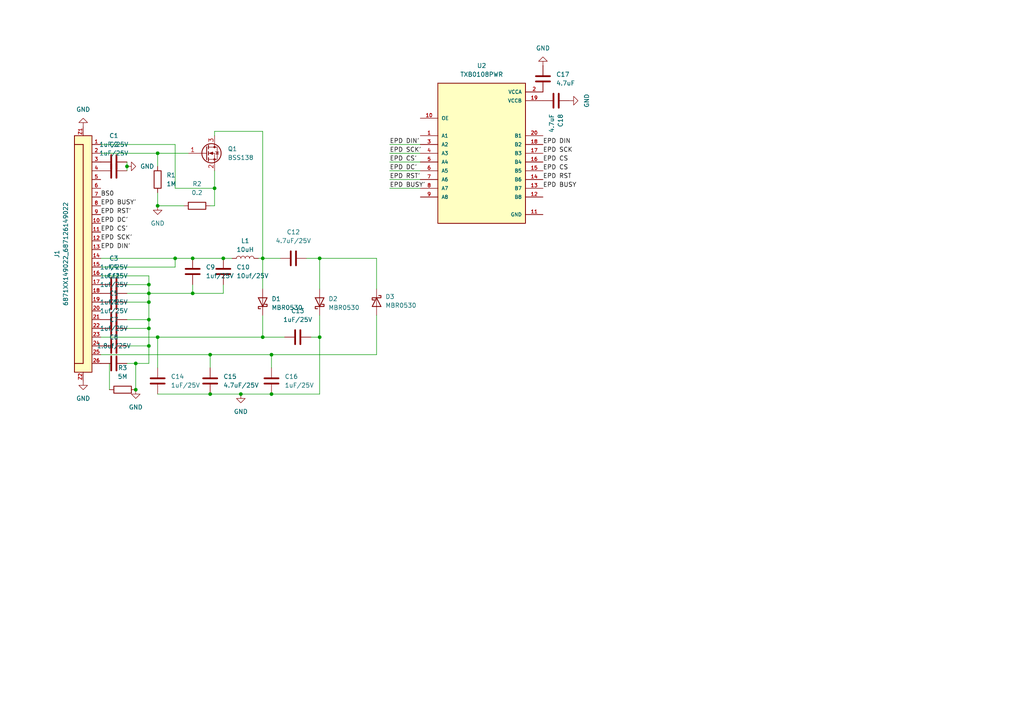
<source format=kicad_sch>
(kicad_sch (version 20250114) (generator "eeschema") (generator_version "9.0")
  (paper "A4")
  (lib_symbols
    (symbol "6871XX149022_687126149022:6871XX149022_687126149022" (pin_names (offset 1.016))
      (property "Reference" "J" (at -1.27 3.048 0))
      (property "Value" "6871XX149022_687126149022" (at 31.45 -5.08 0))
      (symbol "6871XX149022_687126149022_0_0"
        (rectangle (start -35.56 -2.54) (end 33.02 2.54) (stroke (width 0.254)) (fill (type background)))
        (polyline (pts (xy -33.02 2.54) (xy -33.02 0)) (stroke (width 0.254)))
        (polyline (pts (xy -33.02 0) (xy 30.48 0)) (stroke (width 0.254)))
        (polyline (pts (xy 30.48 0) (xy 30.48 2.54)) (stroke (width 0.254)))
        (pin passive line (at -38.1 0 0) (length 2.54) (name "~") (number "Z2"))
        (pin passive line (at -33.02 -5.08 90) (length 2.54) (name "~") (number "26"))
        (pin passive line (at -30.48 -5.08 90) (length 2.54) (name "~") (number "25"))
        (pin passive line (at -27.94 -5.08 90) (length 2.54) (name "~") (number "24"))
        (pin passive line (at -25.4 -5.08 90) (length 2.54) (name "~") (number "23"))
        (pin passive line (at -22.86 -5.08 90) (length 2.54) (name "~") (number "22"))
        (pin passive line (at -20.32 -5.08 90) (length 2.54) (name "~") (number "21"))
        (pin passive line (at -17.78 -5.08 90) (length 2.54) (name "~") (number "20"))
        (pin passive line (at -15.24 -5.08 90) (length 2.54) (name "~") (number "19"))
        (pin passive line (at -12.7 -5.08 90) (length 2.54) (name "~") (number "18"))
        (pin passive line (at -10.16 -5.08 90) (length 2.54) (name "~") (number "17"))
        (pin passive line (at -7.62 -5.08 90) (length 2.54) (name "~") (number "16"))
        (pin passive line (at -5.08 -5.08 90) (length 2.54) (name "~") (number "15"))
        (pin passive line (at -2.54 -5.08 90) (length 2.54) (name "~") (number "14"))
        (pin passive line (at 0 -5.08 90) (length 2.54) (name "~") (number "13"))
        (pin passive line (at 2.54 -5.08 90) (length 2.54) (name "~") (number "12"))
        (pin passive line (at 5.08 -5.08 90) (length 2.54) (name "~") (number "11"))
        (pin passive line (at 7.62 -5.08 90) (length 2.54) (name "~") (number "10"))
        (pin passive line (at 10.16 -5.08 90) (length 2.54) (name "~") (number "9"))
        (pin passive line (at 12.7 -5.08 90) (length 2.54) (name "~") (number "8"))
        (pin passive line (at 15.24 -5.08 90) (length 2.54) (name "~") (number "7"))
        (pin passive line (at 17.78 -5.08 90) (length 2.54) (name "~") (number "6"))
        (pin passive line (at 20.32 -5.08 90) (length 2.54) (name "~") (number "5"))
        (pin passive line (at 22.86 -5.08 90) (length 2.54) (name "~") (number "4"))
        (pin passive line (at 25.4 -5.08 90) (length 2.54) (name "~") (number "3"))
        (pin passive line (at 27.94 -5.08 90) (length 2.54) (name "~") (number "2"))
        (pin passive line (at 30.48 -5.08 90) (length 2.54) (name "~") (number "1"))
        (pin passive line (at 35.56 0 180) (length 2.54) (name "~") (number "Z1"))
      )
    )
    (symbol "Device:C" (pin_numbers (hide yes)) (pin_names (offset 0.254))
      (property "Reference" "C" (at 0.635 2.54 0))
      (property "Value" "C" (at 0.635 -2.54 0))
      (symbol "C_0_1"
        (polyline (pts (xy -2.032 0.762) (xy 2.032 0.762)) (stroke (width 0.508)))
        (polyline (pts (xy -2.032 -0.762) (xy 2.032 -0.762)) (stroke (width 0.508)))
      )
      (symbol "C_1_1"
        (pin passive line (at 0 3.81 270) (length 2.794) (name "~") (number "1"))
        (pin passive line (at 0 -3.81 90) (length 2.794) (name "~") (number "2"))
      )
    )
    (symbol "Device:L" (pin_numbers (hide yes)) (pin_names (offset 1.016) (hide yes))
      (property "Reference" "L" (at -1.27 0 90))
      (property "Value" "L" (at 1.905 0 90))
      (symbol "L_0_1"
        (arc (start 0 2.54) (mid 0.6323 1.905) (end 0 1.27))
        (arc (start 0 1.27) (mid 0.6323 0.635) (end 0 0))
        (arc (start 0 0) (mid 0.6323 -0.635) (end 0 -1.27))
        (arc (start 0 -1.27) (mid 0.6323 -1.905) (end 0 -2.54))
      )
      (symbol "L_1_1"
        (pin passive line (at 0 3.81 270) (length 1.27) (name "1") (number "1"))
        (pin passive line (at 0 -3.81 90) (length 1.27) (name "2") (number "2"))
      )
    )
    (symbol "Device:R" (pin_numbers (hide yes)) (pin_names (offset 0))
      (property "Reference" "R" (at 2.032 0 90))
      (property "Value" "R" (at 0 0 90))
      (symbol "R_0_1"
        (rectangle (start -1.016 -2.54) (end 1.016 2.54) (stroke (width 0.254)))
      )
      (symbol "R_1_1"
        (pin passive line (at 0 3.81 270) (length 1.27) (name "~") (number "1"))
        (pin passive line (at 0 -3.81 90) (length 1.27) (name "~") (number "2"))
      )
    )
    (symbol "Diode:MBR0530" (pin_numbers (hide yes)) (pin_names (offset 1.016) (hide yes))
      (property "Reference" "D" (at 0 2.54 0))
      (property "Value" "MBR0530" (at 0 -2.54 0))
      (symbol "MBR0530_0_1"
        (polyline (pts (xy -1.905 0.635) (xy -1.905 1.27) (xy -1.27 1.27) (xy -1.27 -1.27) (xy -0.635 -1.27) (xy -0.635 -0.635)) (stroke (width 0.254)))
        (polyline (pts (xy 1.27 1.27) (xy 1.27 -1.27) (xy -1.27 0) (xy 1.27 1.27)) (stroke (width 0.254)))
        (polyline (pts (xy 1.27 0) (xy -1.27 0)))
      )
      (symbol "MBR0530_1_1"
        (pin passive line (at -3.81 0 0) (length 2.54) (name "K") (number "1"))
        (pin passive line (at 3.81 0 180) (length 2.54) (name "A") (number "2"))
      )
    )
    (symbol "MCU_ST_STM32U5:STM32U5A5RJTx"
      (property "Reference" "U" (at -15.24 46.99 0))
      (property "Value" "STM32U5A5RJTx" (at 10.16 46.99 0))
      (symbol "STM32U5A5RJTx_0_1"
        (rectangle (start -15.24 -43.18) (end 15.24 45.72) (stroke (width 0.254)) (fill (type background)))
      )
      (symbol "STM32U5A5RJTx_1_1"
        (pin input line (at -17.78 40.64 0) (length 2.54) (name "NRST") (number "7"))
        (pin bidirectional line (at -17.78 35.56 0) (length 2.54) (name "PH0") (number "5"))
        (pin bidirectional line (at -17.78 33.02 0) (length 2.54) (name "PH1") (number "6"))
        (pin bidirectional line (at -17.78 30.48 0) (length 2.54) (name "PH3") (number "60"))
        (pin bidirectional line (at -17.78 25.4 0) (length 2.54) (name "PD2") (number "54"))
        (pin bidirectional line (at -17.78 20.32 0) (length 2.54) (name "PC0") (number "8"))
        (pin bidirectional line (at -17.78 17.78 0) (length 2.54) (name "PC1") (number "9"))
        (pin bidirectional line (at -17.78 15.24 0) (length 2.54) (name "PC2") (number "10"))
        (pin bidirectional line (at -17.78 12.7 0) (length 2.54) (name "PC3") (number "11"))
        (pin bidirectional line (at -17.78 10.16 0) (length 2.54) (name "PC4") (number "24"))
        (pin bidirectional line (at -17.78 7.62 0) (length 2.54) (name "PC5") (number "25"))
        (pin bidirectional line (at -17.78 5.08 0) (length 2.54) (name "PC6") (number "37"))
        (pin bidirectional line (at -17.78 2.54 0) (length 2.54) (name "PC7") (number "38"))
        (pin bidirectional line (at -17.78 0 0) (length 2.54) (name "PC8") (number "39"))
        (pin bidirectional line (at -17.78 -2.54 0) (length 2.54) (name "PC9") (number "40"))
        (pin bidirectional line (at -17.78 -5.08 0) (length 2.54) (name "PC10") (number "51"))
        (pin bidirectional line (at -17.78 -7.62 0) (length 2.54) (name "PC11") (number "52"))
        (pin bidirectional line (at -17.78 -10.16 0) (length 2.54) (name "PC12") (number "53"))
        (pin bidirectional line (at -17.78 -12.7 0) (length 2.54) (name "PC13") (number "2"))
        (pin bidirectional line (at -17.78 -15.24 0) (length 2.54) (name "PC14") (number "3"))
        (pin bidirectional line (at -17.78 -17.78 0) (length 2.54) (name "PC15") (number "4"))
        (pin power_out line (at -17.78 -22.86 0) (length 2.54) (name "VCAP") (number "30"))
        (pin power_in line (at -5.08 48.26 270) (length 2.54) (name "VBAT") (number "1"))
        (pin power_in line (at -2.54 48.26 270) (length 2.54) (name "VDD") (number "19"))
        (pin power_in line (at 0 48.26 270) (length 2.54) (name "VDD") (number "32"))
        (pin power_in line (at 0 -45.72 90) (length 2.54) (name "VSS") (number "18"))
        (pin passive line (at 0 -45.72 90) (length 2.54) (hide yes) (name "VSS") (number "31"))
        (pin passive line (at 0 -45.72 90) (length 2.54) (hide yes) (name "VSS") (number "47"))
        (pin passive line (at 0 -45.72 90) (length 2.54) (hide yes) (name "VSS") (number "63"))
        (pin power_in line (at 2.54 48.26 270) (length 2.54) (name "VDD") (number "64"))
        (pin power_in line (at 2.54 -45.72 90) (length 2.54) (name "VSSA") (number "12"))
        (pin power_in line (at 5.08 48.26 270) (length 2.54) (name "VDDA") (number "13"))
        (pin power_in line (at 7.62 48.26 270) (length 2.54) (name "VDDUSB") (number "48"))
        (pin bidirectional line (at 17.78 40.64 180) (length 2.54) (name "PA0") (number "14"))
        (pin bidirectional line (at 17.78 38.1 180) (length 2.54) (name "PA1") (number "15"))
        (pin bidirectional line (at 17.78 35.56 180) (length 2.54) (name "PA2") (number "16"))
        (pin bidirectional line (at 17.78 33.02 180) (length 2.54) (name "PA3") (number "17"))
        (pin bidirectional line (at 17.78 30.48 180) (length 2.54) (name "PA4") (number "20"))
        (pin bidirectional line (at 17.78 27.94 180) (length 2.54) (name "PA5") (number "21"))
        (pin bidirectional line (at 17.78 25.4 180) (length 2.54) (name "PA6") (number "22"))
        (pin bidirectional line (at 17.78 22.86 180) (length 2.54) (name "PA7") (number "23"))
        (pin bidirectional line (at 17.78 20.32 180) (length 2.54) (name "PA8") (number "41"))
        (pin bidirectional line (at 17.78 17.78 180) (length 2.54) (name "PA9") (number "42"))
        (pin bidirectional line (at 17.78 15.24 180) (length 2.54) (name "PA10") (number "43"))
        (pin bidirectional line (at 17.78 12.7 180) (length 2.54) (name "PA11") (number "44"))
        (pin bidirectional line (at 17.78 10.16 180) (length 2.54) (name "PA12") (number "45"))
        (pin bidirectional line (at 17.78 7.62 180) (length 2.54) (name "PA13") (number "46"))
        (pin bidirectional line (at 17.78 5.08 180) (length 2.54) (name "PA14") (number "49"))
        (pin bidirectional line (at 17.78 2.54 180) (length 2.54) (name "PA15") (number "50"))
        (pin bidirectional line (at 17.78 -2.54 180) (length 2.54) (name "PB0") (number "26"))
        (pin bidirectional line (at 17.78 -5.08 180) (length 2.54) (name "PB1") (number "27"))
        (pin bidirectional line (at 17.78 -7.62 180) (length 2.54) (name "PB2") (number "28"))
        (pin bidirectional line (at 17.78 -10.16 180) (length 2.54) (name "PB3") (number "55"))
        (pin bidirectional line (at 17.78 -12.7 180) (length 2.54) (name "PB4") (number "56"))
        (pin bidirectional line (at 17.78 -15.24 180) (length 2.54) (name "PB5") (number "57"))
        (pin bidirectional line (at 17.78 -17.78 180) (length 2.54) (name "PB6") (number "58"))
        (pin bidirectional line (at 17.78 -20.32 180) (length 2.54) (name "PB7") (number "59"))
        (pin bidirectional line (at 17.78 -22.86 180) (length 2.54) (name "PB8") (number "61"))
        (pin bidirectional line (at 17.78 -25.4 180) (length 2.54) (name "PB9") (number "62"))
        (pin bidirectional line (at 17.78 -27.94 180) (length 2.54) (name "PB10") (number "29"))
        (pin bidirectional line (at 17.78 -30.48 180) (length 2.54) (name "PB12") (number "33"))
        (pin bidirectional line (at 17.78 -33.02 180) (length 2.54) (name "PB13") (number "34"))
        (pin bidirectional line (at 17.78 -35.56 180) (length 2.54) (name "PB14") (number "35"))
        (pin bidirectional line (at 17.78 -38.1 180) (length 2.54) (name "PB15") (number "36"))
      )
    )
    (symbol "Switch:SW_Push_45deg" (pin_numbers (hide yes)) (pin_names (offset 1.016) (hide yes))
      (property "Reference" "SW" (at 3.048 1.016 0))
      (property "Value" "SW_Push_45deg" (at 0 -3.81 0))
      (symbol "SW_Push_45deg_0_1"
        (polyline (pts (xy -2.54 2.54) (xy -1.524 1.524) (xy -1.524 1.524)))
        (circle (center -1.1684 1.1684) (radius 0.508))
        (polyline (pts (xy -0.508 2.54) (xy 2.54 -0.508)))
        (polyline (pts (xy 1.016 1.016) (xy 2.032 2.032)))
        (circle (center 1.143 -1.1938) (radius 0.508))
        (polyline (pts (xy 1.524 -1.524) (xy 2.54 -2.54) (xy 2.54 -2.54) (xy 2.54 -2.54)))
        (pin passive line (at -2.54 2.54 0) (length 0) (name "1") (number "1"))
        (pin passive line (at 2.54 -2.54 180) (length 0) (name "2") (number "2"))
      )
    )
    (symbol "TXB0108PWR:TXB0108PWR" (pin_names (offset 1.016))
      (property "Reference" "U" (at -12.7 23.86 0))
      (property "Value" "TXB0108PWR" (at -12.7 -21.78 0))
      (symbol "TXB0108PWR_0_0"
        (rectangle (start -12.7 -17.78) (end 12.7 22.86) (stroke (width 0.254)) (fill (type background)))
        (pin input line (at -17.78 12.7 0) (length 5.08) (name "OE") (number "10"))
        (pin bidirectional line (at -17.78 7.62 0) (length 5.08) (name "A1") (number "1"))
        (pin bidirectional line (at -17.78 5.08 0) (length 5.08) (name "A2") (number "3"))
        (pin bidirectional line (at -17.78 2.54 0) (length 5.08) (name "A3") (number "4"))
        (pin bidirectional line (at -17.78 0 0) (length 5.08) (name "A4") (number "5"))
        (pin bidirectional line (at -17.78 -2.54 0) (length 5.08) (name "A5") (number "6"))
        (pin bidirectional line (at -17.78 -5.08 0) (length 5.08) (name "A6") (number "7"))
        (pin bidirectional line (at -17.78 -7.62 0) (length 5.08) (name "A7") (number "8"))
        (pin bidirectional line (at -17.78 -10.16 0) (length 5.08) (name "A8") (number "9"))
        (pin power_in line (at 17.78 20.32 180) (length 5.08) (name "VCCA") (number "2"))
        (pin power_in line (at 17.78 17.78 180) (length 5.08) (name "VCCB") (number "19"))
        (pin bidirectional line (at 17.78 7.62 180) (length 5.08) (name "B1") (number "20"))
        (pin bidirectional line (at 17.78 5.08 180) (length 5.08) (name "B2") (number "18"))
        (pin bidirectional line (at 17.78 2.54 180) (length 5.08) (name "B3") (number "17"))
        (pin bidirectional line (at 17.78 0 180) (length 5.08) (name "B4") (number "16"))
        (pin bidirectional line (at 17.78 -2.54 180) (length 5.08) (name "B5") (number "15"))
        (pin bidirectional line (at 17.78 -5.08 180) (length 5.08) (name "B6") (number "14"))
        (pin bidirectional line (at 17.78 -7.62 180) (length 5.08) (name "B7") (number "13"))
        (pin bidirectional line (at 17.78 -10.16 180) (length 5.08) (name "B8") (number "12"))
        (pin power_in line (at 17.78 -15.24 180) (length 5.08) (name "GND") (number "11"))
      )
    )
    (symbol "Transistor_FET:BSS138" (pin_names (hide yes))
      (property "Reference" "Q" (at 5.08 1.905 0))
      (property "Value" "BSS138" (at 5.08 0 0))
      (symbol "BSS138_0_1"
        (polyline (pts (xy 0.254 1.905) (xy 0.254 -1.905)) (stroke (width 0.254)))
        (polyline (pts (xy 0.254 0) (xy -2.54 0)))
        (polyline (pts (xy 0.762 2.286) (xy 0.762 1.27)) (stroke (width 0.254)))
        (polyline (pts (xy 0.762 0.508) (xy 0.762 -0.508)) (stroke (width 0.254)))
        (polyline (pts (xy 0.762 -1.27) (xy 0.762 -2.286)) (stroke (width 0.254)))
        (polyline (pts (xy 0.762 -1.778) (xy 3.302 -1.778) (xy 3.302 1.778) (xy 0.762 1.778)))
        (polyline (pts (xy 1.016 0) (xy 2.032 0.381) (xy 2.032 -0.381) (xy 1.016 0)) (fill (type outline)))
        (circle (center 1.651 0) (radius 2.794) (stroke (width 0.254)))
        (polyline (pts (xy 2.54 2.54) (xy 2.54 1.778)))
        (circle (center 2.54 1.778) (radius 0.254) (fill (type outline)))
        (circle (center 2.54 -1.778) (radius 0.254) (fill (type outline)))
        (polyline (pts (xy 2.54 -2.54) (xy 2.54 0) (xy 0.762 0)))
        (polyline (pts (xy 2.794 0.508) (xy 2.921 0.381) (xy 3.683 0.381) (xy 3.81 0.254)))
        (polyline (pts (xy 3.302 0.381) (xy 2.921 -0.254) (xy 3.683 -0.254) (xy 3.302 0.381)))
      )
      (symbol "BSS138_1_1"
        (pin input line (at -5.08 0 0) (length 2.54) (name "G") (number "1"))
        (pin passive line (at 2.54 5.08 270) (length 2.54) (name "D") (number "3"))
        (pin passive line (at 2.54 -5.08 90) (length 2.54) (name "S") (number "2"))
      )
    )
    (symbol "power:GND" (power) (pin_numbers (hide yes)) (pin_names (offset 0) (hide yes))
      (property "Value" "GND" (at 0 -3.81 0))
      (symbol "GND_0_1"
        (polyline (pts (xy 0 0) (xy 0 -1.27) (xy 1.27 -1.27) (xy 0 -2.54) (xy -1.27 -1.27) (xy 0 -1.27)))
      )
      (symbol "GND_1_1"
        (pin power_in line (at 0 0 270) (length 0) (name "~") (number "1"))
      )
    )
  )
  (junction (at -115.57 -22.86))
  (junction (at 69.85 114.3))
  (junction (at 55.88 74.93))
  (junction (at 64.77 74.93))
  (junction (at -93.98 7.62))
  (junction (at -82.55 -95.25))
  (junction (at -66.04 -22.86))
  (junction (at -66.04 -95.25))
  (junction (at 39.37 105.41))
  (junction (at -93.98 -64.77))
  (junction (at 55.88 85.09))
  (junction (at -44.45 -5.08))
  (junction (at -77.47 -5.08))
  (junction (at -60.96 -52.07))
  (junction (at 43.18 95.25))
  (junction (at -82.55 -10.16))
  (junction (at -115.57 -69.85))
  (junction (at -99.06 -82.55))
  (junction (at 78.74 102.87))
  (junction (at -66.04 -57.15))
  (junction (at -99.06 -10.16))
  (junction (at -93.98 -30.48))
  (junction (at -60.96 7.62))
  (junction (at -99.06 -35.56))
  (junction (at -60.96 -77.47))
  (junction (at -77.47 7.62))
  (junction (at -60.96 -17.78))
  (junction (at 39.37 113.03))
  (junction (at -49.53 -35.56))
  (junction (at 76.2 97.79))
  (junction (at -60.96 -30.48))
  (junction (at -77.47 -64.77))
  (junction (at -115.57 -35.56))
  (junction (at -44.45 -30.48))
  (junction (at -93.98 -77.47))
  (junction (at -66.04 -82.55))
  (junction (at 43.18 87.63))
  (junction (at -44.45 -17.78))
  (junction (at -82.55 -22.86))
  (junction (at 43.18 82.55))
  (junction (at -82.55 -57.15))
  (junction (at -44.45 7.62))
  (junction (at -115.57 -82.55))
  (junction (at -93.98 -90.17))
  (junction (at -77.47 -52.07))
  (junction (at -77.47 -30.48))
  (junction (at -60.96 -5.08))
  (junction (at -66.04 -35.56))
  (junction (at 43.18 100.33))
  (junction (at 60.96 114.3))
  (junction (at -99.06 -69.85))
  (junction (at -60.96 -90.17))
  (junction (at -66.04 -69.85))
  (junction (at -77.47 -77.47))
  (junction (at 60.96 102.87))
  (junction (at -66.04 -10.16))
  (junction (at 92.71 97.79))
  (junction (at -77.47 -90.17))
  (junction (at 92.71 74.93))
  (junction (at -82.55 -35.56))
  (junction (at -60.96 -64.77))
  (junction (at -93.98 -52.07))
  (junction (at 62.23 54.61))
  (junction (at 45.72 44.45))
  (junction (at -99.06 -95.25))
  (junction (at 36.83 48.26))
  (junction (at -49.53 -10.16))
  (junction (at -99.06 -57.15))
  (junction (at -82.55 -69.85))
  (junction (at -93.98 -17.78))
  (junction (at -77.47 -17.78))
  (junction (at -82.55 -82.55))
  (junction (at -99.06 -22.86))
  (junction (at 45.72 97.79))
  (junction (at 50.8 74.93))
  (junction (at 45.72 59.69))
  (junction (at 76.2 74.93))
  (junction (at 78.74 114.3))
  (junction (at -93.98 -5.08))
  (junction (at -115.57 -10.16))
  (junction (at 43.18 92.71))
  (junction (at 43.18 85.09))
  (junction (at -49.53 -22.86))
  (junction (at -115.57 -95.25))
  (junction (at -115.57 -57.15))
  (wire (pts (xy 76.2 97.79) (xy 76.2 91.44)))
  (wire (pts (xy -44.45 -30.48) (xy -38.1 -30.48)))
  (wire (pts (xy 43.18 82.55) (xy 43.18 85.09)))
  (wire (pts (xy 43.18 80.01) (xy 43.18 82.55)))
  (wire (pts (xy 50.8 74.93) (xy 55.88 74.93)))
  (wire (pts (xy -77.47 -64.77) (xy -60.96 -64.77)))
  (wire (pts (xy 36.83 48.26) (xy 36.83 49.53)))
  (wire (pts (xy -82.55 -35.56) (xy -82.55 -22.86)))
  (wire (pts (xy -99.06 -35.56) (xy -99.06 -22.86)))
  (wire (pts (xy 69.85 114.3) (xy 78.74 114.3)))
  (wire (pts (xy -77.47 -17.78) (xy -60.96 -17.78)))
  (wire (pts (xy 76.2 74.93) (xy 74.93 74.93)))
  (wire (pts (xy -115.57 -95.25) (xy -115.57 -82.55)))
  (wire (pts (xy -77.47 7.62) (xy -60.96 7.62)))
  (wire (pts (xy 36.83 95.25) (xy 43.18 95.25)))
  (wire (pts (xy -93.98 -30.48) (xy -77.47 -30.48)))
  (wire (pts (xy 45.72 44.45) (xy 54.61 44.45)))
  (wire (pts (xy -110.49 -30.48) (xy -93.98 -30.48)))
  (wire (pts (xy -93.98 -5.08) (xy -77.47 -5.08)))
  (wire (pts (xy 62.23 38.1) (xy 76.2 38.1)))
  (wire (pts (xy 62.23 54.61) (xy 62.23 49.53)))
  (wire (pts (xy 43.18 82.55) (xy 36.83 82.55)))
  (wire (pts (xy 62.23 39.37) (xy 62.23 38.1)))
  (wire (pts (xy -110.49 -90.17) (xy -93.98 -90.17)))
  (wire (pts (xy -93.98 -90.17) (xy -77.47 -90.17)))
  (wire (pts (xy 60.96 59.69) (xy 62.23 59.69)))
  (wire (pts (xy -66.04 -82.55) (xy -66.04 -69.85)))
  (wire (pts (xy 29.21 102.87) (xy 60.96 102.87)))
  (wire (pts (xy -93.98 -64.77) (xy -77.47 -64.77)))
  (wire (pts (xy 29.21 77.47) (xy 50.8 77.47)))
  (wire (pts (xy -44.45 -5.08) (xy -38.1 -5.08)))
  (wire (pts (xy 45.72 59.69) (xy 53.34 59.69)))
  (wire (pts (xy -99.06 -22.86) (xy -99.06 -10.16)))
  (wire (pts (xy -66.04 -95.25) (xy -66.04 -82.55)))
  (wire (pts (xy -99.06 -82.55) (xy -99.06 -69.85)))
  (wire (pts (xy -115.57 -10.16) (xy -115.57 2.54)))
  (wire (pts (xy 64.77 74.93) (xy 67.31 74.93)))
  (wire (pts (xy 88.9 74.93) (xy 92.71 74.93)))
  (wire (pts (xy -77.47 -30.48) (xy -60.96 -30.48)))
  (wire (pts (xy -110.49 -64.77) (xy -93.98 -64.77)))
  (wire (pts (xy 78.74 102.87) (xy 109.22 102.87)))
  (wire (pts (xy -66.04 -69.85) (xy -66.04 -57.15)))
  (wire (pts (xy -99.06 -57.15) (xy -99.06 -35.56)))
  (wire (pts (xy 29.21 41.91) (xy 50.8 41.91)))
  (wire (pts (xy -110.49 7.62) (xy -93.98 7.62)))
  (wire (pts (xy -110.49 -5.08) (xy -93.98 -5.08)))
  (wire (pts (xy -66.04 -22.86) (xy -66.04 -10.16)))
  (wire (pts (xy -66.04 -10.16) (xy -66.04 2.54)))
  (wire (pts (xy 36.83 105.41) (xy 39.37 105.41)))
  (wire (pts (xy 43.18 95.25) (xy 43.18 92.71)))
  (wire (pts (xy -60.96 7.62) (xy -44.45 7.62)))
  (wire (pts (xy 113.03 49.53) (xy 121.92 49.53)))
  (wire (pts (xy -93.98 7.62) (xy -77.47 7.62)))
  (wire (pts (xy -82.55 -104.14) (xy -82.55 -95.25)))
  (wire (pts (xy -82.55 -10.16) (xy -82.55 2.54)))
  (wire (pts (xy -49.53 -45.72) (xy -49.53 -35.56)))
  (wire (pts (xy -49.53 -10.16) (xy -49.53 2.54)))
  (wire (pts (xy -115.57 -69.85) (xy -115.57 -57.15)))
  (wire (pts (xy -115.57 -35.56) (xy -115.57 -22.86)))
  (wire (pts (xy -115.57 -104.14) (xy -115.57 -95.25)))
  (wire (pts (xy -44.45 -17.78) (xy -38.1 -17.78)))
  (wire (pts (xy 90.17 97.79) (xy 92.71 97.79)))
  (wire (pts (xy 113.03 54.61) (xy 121.92 54.61)))
  (wire (pts (xy -99.06 -104.14) (xy -99.06 -95.25)))
  (wire (pts (xy 50.8 77.47) (xy 50.8 74.93)))
  (wire (pts (xy -99.06 -95.25) (xy -99.06 -82.55)))
  (wire (pts (xy 62.23 59.69) (xy 62.23 54.61)))
  (wire (pts (xy -66.04 -57.15) (xy -66.04 -35.56)))
  (wire (pts (xy -110.49 -77.47) (xy -93.98 -77.47)))
  (wire (pts (xy -60.96 -64.77) (xy -50.8 -64.77)))
  (wire (pts (xy 76.2 97.79) (xy 82.55 97.79)))
  (wire (pts (xy 45.72 97.79) (xy 45.72 106.68)))
  (wire (pts (xy 36.83 46.99) (xy 36.83 48.26)))
  (wire (pts (xy 60.96 102.87) (xy 60.96 106.68)))
  (wire (pts (xy -115.57 -82.55) (xy -115.57 -69.85)))
  (wire (pts (xy 64.77 85.09) (xy 55.88 85.09)))
  (wire (pts (xy 29.21 80.01) (xy 43.18 80.01)))
  (wire (pts (xy 76.2 38.1) (xy 76.2 74.93)))
  (wire (pts (xy -60.96 -30.48) (xy -44.45 -30.48)))
  (wire (pts (xy -99.06 -10.16) (xy -99.06 2.54)))
  (wire (pts (xy -49.53 -35.56) (xy -49.53 -22.86)))
  (wire (pts (xy 29.21 44.45) (xy 45.72 44.45)))
  (wire (pts (xy -60.96 -17.78) (xy -44.45 -17.78)))
  (wire (pts (xy 43.18 95.25) (xy 43.18 100.33)))
  (wire (pts (xy -77.47 -52.07) (xy -60.96 -52.07)))
  (wire (pts (xy -44.45 7.62) (xy -38.1 7.62)))
  (wire (pts (xy 36.83 100.33) (xy 43.18 100.33)))
  (wire (pts (xy -115.57 -57.15) (xy -115.57 -35.56)))
  (wire (pts (xy 39.37 113.03) (xy 39.37 105.41)))
  (wire (pts (xy -66.04 -35.56) (xy -66.04 -22.86)))
  (wire (pts (xy -115.57 -22.86) (xy -115.57 -10.16)))
  (wire (pts (xy 39.37 105.41) (xy 43.18 105.41)))
  (wire (pts (xy 43.18 100.33) (xy 43.18 105.41)))
  (wire (pts (xy -77.47 -77.47) (xy -60.96 -77.47)))
  (wire (pts (xy 43.18 87.63) (xy 43.18 85.09)))
  (wire (pts (xy 36.83 87.63) (xy 43.18 87.63)))
  (wire (pts (xy -82.55 -57.15) (xy -82.55 -35.56)))
  (wire (pts (xy 45.72 114.3) (xy 60.96 114.3)))
  (wire (pts (xy -49.53 -22.86) (xy -49.53 -10.16)))
  (wire (pts (xy -82.55 -69.85) (xy -82.55 -57.15)))
  (wire (pts (xy -82.55 -95.25) (xy -82.55 -82.55)))
  (wire (pts (xy -77.47 -5.08) (xy -60.96 -5.08)))
  (wire (pts (xy 43.18 87.63) (xy 43.18 92.71)))
  (wire (pts (xy 50.8 54.61) (xy 62.23 54.61)))
  (wire (pts (xy 76.2 74.93) (xy 81.28 74.93)))
  (wire (pts (xy 50.8 41.91) (xy 50.8 54.61)))
  (wire (pts (xy 55.88 85.09) (xy 55.88 82.55)))
  (wire (pts (xy 36.83 85.09) (xy 43.18 85.09)))
  (wire (pts (xy 60.96 102.87) (xy 78.74 102.87)))
  (wire (pts (xy 45.72 55.88) (xy 45.72 59.69)))
  (wire (pts (xy 45.72 97.79) (xy 76.2 97.79)))
  (wire (pts (xy 29.21 97.79) (xy 45.72 97.79)))
  (wire (pts (xy 113.03 44.45) (xy 121.92 44.45)))
  (wire (pts (xy -110.49 -17.78) (xy -93.98 -17.78)))
  (wire (pts (xy 109.22 74.93) (xy 109.22 83.82)))
  (wire (pts (xy 29.21 74.93) (xy 50.8 74.93)))
  (wire (pts (xy -93.98 -52.07) (xy -77.47 -52.07)))
  (wire (pts (xy 92.71 74.93) (xy 109.22 74.93)))
  (wire (pts (xy 109.22 102.87) (xy 109.22 91.44)))
  (wire (pts (xy 113.03 52.07) (xy 121.92 52.07)))
  (wire (pts (xy 92.71 114.3) (xy 78.74 114.3)))
  (wire (pts (xy -99.06 -69.85) (xy -99.06 -57.15)))
  (wire (pts (xy -60.96 -52.07) (xy -50.8 -52.07)))
  (wire (pts (xy -66.04 -104.14) (xy -66.04 -95.25)))
  (wire (pts (xy -110.49 -52.07) (xy -93.98 -52.07)))
  (wire (pts (xy 31.75 105.41) (xy 31.75 113.03)))
  (wire (pts (xy 64.77 82.55) (xy 64.77 85.09)))
  (wire (pts (xy -60.96 -5.08) (xy -44.45 -5.08)))
  (wire (pts (xy 45.72 44.45) (xy 45.72 48.26)))
  (wire (pts (xy 43.18 85.09) (xy 55.88 85.09)))
  (wire (pts (xy 113.03 46.99) (xy 121.92 46.99)))
  (wire (pts (xy 43.18 92.71) (xy 36.83 92.71)))
  (wire (pts (xy 60.96 114.3) (xy 69.85 114.3)))
  (wire (pts (xy -60.96 -77.47) (xy -50.8 -77.47)))
  (wire (pts (xy 78.74 102.87) (xy 78.74 106.68)))
  (wire (pts (xy 92.71 97.79) (xy 92.71 91.44)))
  (wire (pts (xy 55.88 74.93) (xy 64.77 74.93)))
  (wire (pts (xy -82.55 -22.86) (xy -82.55 -10.16)))
  (wire (pts (xy -93.98 -77.47) (xy -77.47 -77.47)))
  (wire (pts (xy 92.71 97.79) (xy 92.71 114.3)))
  (wire (pts (xy 113.03 41.91) (xy 121.92 41.91)))
  (wire (pts (xy 76.2 74.93) (xy 76.2 83.82)))
  (wire (pts (xy -82.55 -82.55) (xy -82.55 -69.85)))
  (wire (pts (xy -60.96 -90.17) (xy -50.8 -90.17)))
  (wire (pts (xy 92.71 74.93) (xy 92.71 83.82)))
  (wire (pts (xy -77.47 -90.17) (xy -60.96 -90.17)))
  (wire (pts (xy -93.98 -17.78) (xy -77.47 -17.78)))
  (label "EPD DIN'" (at 29.21 72.39 0))
  (label "EPD DIN'" (at 113.03 41.91 0))
  (label "EPD DC'" (at 29.21 64.77 0))
  (label "BS0" (at 29.21 57.15 0))
  (label "EPD CS'" (at 29.21 67.31 0))
  (label "EPD RST'" (at 113.03 52.07 0))
  (label "EPD DC'" (at 113.03 49.53 0))
  (label "EPD CS" (at 157.48 49.53 0))
  (label "EPD SCK" (at 157.48 44.45 0))
  (label "EPD RST'" (at 29.21 62.23 0))
  (label "EPD CS'" (at 113.03 46.99 0))
  (label "EPD RST" (at 157.48 52.07 0))
  (label "EPD BUSY'" (at 113.03 54.61 0))
  (label "EPD SCK'" (at 113.03 44.45 0))
  (label "EPD BUSY'" (at 29.21 59.69 0))
  (label "EPD CS" (at 157.48 46.99 0))
  (label "EPD BUSY" (at 157.48 54.61 0))
  (label "EPD DIN" (at 157.48 41.91 0))
  (label "EPD SCK'" (at 29.21 69.85 0))
  (symbol (lib_id "Device:C") (at 33.02 105.41 90) (unit 1)
    (property "Reference" "C8" (at 33.02 97.79 90))
    (property "Value" "1.8uf/25V" (at 33.02 100.33 90))
    (property "Description" "Unpolarized capacitor" (effects (hide yes)))
  )
  (symbol (lib_id "Switch:SW_Push_45deg") (at -63.5 5.08 0) (unit 1)
    (property "Reference" "SW18" (at -63.5 -2.54 0))
    (property "Value" "SW_Push_45deg" (at -63.5 0 0))
    (property "Description" "Push button switch, normally open, two pins, 45° tilted" (effects (hide yes)))
  )
  (symbol (lib_id "Device:L") (at 71.12 74.93 90) (unit 1)
    (property "Reference" "L1" (at 71.12 69.85 90))
    (property "Value" "10uH" (at 71.12 72.39 90))
    (property "Description" "Inductor" (effects (hide yes)))
  )
  (symbol (lib_id "Device:C") (at 45.72 110.49 0) (unit 1)
    (property "Reference" "C14" (at 49.53 109.2199 0) (effects (justify left)))
    (property "Value" "1uF/25V" (at 49.53 111.7599 0) (effects (justify left)))
    (property "Description" "Unpolarized capacitor" (effects (hide yes)))
  )
  (symbol (lib_id "Switch:SW_Push_45deg") (at -96.52 -20.32 0) (unit 1)
    (property "Reference" "SW7" (at -96.52 -27.94 0))
    (property "Value" "SW_Push_45deg" (at -96.52 -25.4 0))
    (property "Description" "Push button switch, normally open, two pins, 45° tilted" (effects (hide yes)))
  )
  (symbol (lib_id "Device:C") (at 157.48 22.86 0) (unit 1)
    (property "Reference" "C17" (at 161.29 21.5899 0) (effects (justify left)))
    (property "Value" "4.7uF" (at 161.29 24.1299 0) (effects (justify left)))
    (property "Description" "Unpolarized capacitor" (effects (hide yes)))
  )
  (symbol (lib_id "Switch:SW_Push_45deg") (at -63.5 -92.71 0) (unit 1)
    (property "Reference" "SW24" (at -63.5 -100.33 0))
    (property "Value" "SW_Push_45deg" (at -63.5 -97.79 0))
    (property "Description" "Push button switch, normally open, two pins, 45° tilted" (effects (hide yes)))
  )
  (symbol (lib_id "Device:C") (at 33.02 85.09 90) (unit 1)
    (property "Reference" "C4" (at 33.02 77.47 90))
    (property "Value" "1uf/25V" (at 33.02 80.01 90))
    (property "Description" "Unpolarized capacitor" (effects (hide yes)))
  )
  (symbol (lib_id "Device:C") (at 161.29 29.21 270) (unit 1)
    (property "Reference" "C18" (at 162.5601 33.02 0) (effects (justify left)))
    (property "Value" "4.7uF" (at 160.0201 33.02 0) (effects (justify left)))
    (property "Description" "Unpolarized capacitor" (effects (hide yes)))
  )
  (symbol (lib_id "Switch:SW_Push_45deg") (at -113.03 -33.02 0) (unit 1)
    (property "Reference" "SW1" (at -113.03 -40.64 0))
    (property "Value" "SW_Push_45deg" (at -113.03 -38.1 0))
    (property "Description" "Push button switch, normally open, two pins, 45° tilted" (effects (hide yes)))
  )
  (symbol (lib_id "Switch:SW_Push_45deg") (at -113.03 5.08 0) (unit 1)
    (property "Reference" "SW12" (at -113.03 -2.54 0))
    (property "Value" "SW_Push_45deg" (at -113.03 0 0))
    (property "Description" "Push button switch, normally open, two pins, 45° tilted" (effects (hide yes)))
  )
  (symbol (lib_id "Diode:MBR0530") (at 92.71 87.63 90) (unit 1)
    (property "Reference" "D2" (at 95.25 86.6774 90) (effects (justify right)))
    (property "Value" "MBR0530" (at 95.25 89.2174 90) (effects (justify right)))
    (property "Footprint" "Diode_SMD:D_SOD-123" (effects (hide yes)))
    (property "Datasheet" "http://www.mccsemi.com/up_pdf/MBR0520~MBR0580(SOD123).pdf" (effects (hide yes)))
    (property "Description" "30V 0.5A Schottky Power Rectifier Diode, SOD-123" (effects (hide yes)))
  )
  (symbol (lib_id "Switch:SW_Push_45deg") (at -80.01 -67.31 0) (unit 1)
    (property "Reference" "SW33" (at -80.01 -74.93 0))
    (property "Value" "SW_Push_45deg" (at -80.01 -72.39 0))
    (property "Description" "Push button switch, normally open, two pins, 45° tilted" (effects (hide yes)))
  )
  (symbol (lib_id "Switch:SW_Push_45deg") (at -113.03 -80.01 0) (unit 1)
    (property "Reference" "SW25" (at -113.03 -87.63 0))
    (property "Value" "SW_Push_45deg" (at -113.03 -85.09 0))
    (property "Description" "Push button switch, normally open, two pins, 45° tilted" (effects (hide yes)))
  )
  (symbol (lib_id "Device:C") (at 85.09 74.93 90) (unit 1)
    (property "Reference" "C12" (at 85.09 67.31 90))
    (property "Value" "4.7uF/25V" (at 85.09 69.85 90))
    (property "Description" "Unpolarized capacitor" (effects (hide yes)))
  )
  (symbol (lib_id "power:GND") (at 39.37 113.03 0) (unit 1)
    (property "Reference" "#PWR06" (effects (hide yes)))
    (property "Value" "GND" (at 39.37 118.11 0))
    (property "Description" "Power symbol creates a global label with name \"GND\" , ground" (effects (hide yes)))
  )
  (symbol (lib_id "Diode:MBR0530") (at 109.22 87.63 270) (unit 1)
    (property "Reference" "D3" (at 111.76 86.0424 90) (effects (justify left)))
    (property "Value" "MBR0530" (at 111.76 88.5824 90) (effects (justify left)))
    (property "Footprint" "Diode_SMD:D_SOD-123" (effects (hide yes)))
    (property "Datasheet" "http://www.mccsemi.com/up_pdf/MBR0520~MBR0580(SOD123).pdf" (effects (hide yes)))
    (property "Description" "30V 0.5A Schottky Power Rectifier Diode, SOD-123" (effects (hide yes)))
  )
  (symbol (lib_id "Switch:SW_Push_45deg") (at -63.5 -20.32 0) (unit 1)
    (property "Reference" "SW9" (at -63.5 -27.94 0))
    (property "Value" "SW_Push_45deg" (at -63.5 -25.4 0))
    (property "Description" "Push button switch, normally open, two pins, 45° tilted" (effects (hide yes)))
  )
  (symbol (lib_id "Switch:SW_Push_45deg") (at -80.01 5.08 0) (unit 1)
    (property "Reference" "SW16" (at -80.01 -2.54 0))
    (property "Value" "SW_Push_45deg" (at -80.01 0 0))
    (property "Description" "Push button switch, normally open, two pins, 45° tilted" (effects (hide yes)))
  )
  (symbol (lib_id "MCU_ST_STM32U5:STM32U5A5RJTx") (at -15.24 -53.34 0) (unit 1)
    (property "Reference" "U1" (at -10.5567 -7.62 0) (effects (justify left)))
    (property "Value" "STM32U5A5RJTx" (at -10.5567 -5.08 0) (effects (justify left)))
    (property "Footprint" "Package_QFP:LQFP-64_10x10mm_P0.5mm" (effects (hide yes)))
    (property "Datasheet" "https://www.st.com/resource/en/datasheet/stm32u5a5rj.pdf" (effects (hide yes)))
    (property "Description" "STMicroelectronics Arm Cortex-M33 MCU, 4096KB flash, 2514KB RAM, 51 GPIO, LQFP64" (effects (hide yes)))
  )
  (symbol (lib_id "Switch:SW_Push_45deg") (at -96.52 -92.71 0) (unit 1)
    (property "Reference" "SW22" (at -96.52 -100.33 0))
    (property "Value" "SW_Push_45deg" (at -96.52 -97.79 0))
    (property "Description" "Push button switch, normally open, two pins, 45° tilted" (effects (hide yes)))
  )
  (symbol (lib_id "TXB0108PWR:TXB0108PWR") (at 139.7 46.99 0) (unit 1)
    (property "Reference" "U2" (at 139.7 19.05 0))
    (property "Value" "TXB0108PWR" (at 139.7 21.59 0))
    (property "Footprint" "TXB0108PWR:SOP65P640X120-20N" (effects (hide yes)))
    (property "PARTREV" "H" (effects (hide yes)))
    (property "MANUFACTURER" "Texas Instruments" (effects (hide yes)))
    (property "MAXIMUM_PACKAGE_HEIGHT" "1.2mm" (effects (hide yes)))
    (property "STANDARD" "IPC-7351B" (effects (hide yes)))
  )
  (symbol (lib_id "Switch:SW_Push_45deg") (at -46.99 5.08 0) (unit 1)
    (property "Reference" "SW20" (at -46.99 -2.54 0))
    (property "Value" "SW_Push_45deg" (at -46.99 0 0))
    (property "Description" "Push button switch, normally open, two pins, 45° tilted" (effects (hide yes)))
  )
  (symbol (lib_id "Device:C") (at 64.77 78.74 0) (unit 1)
    (property "Reference" "C10" (at 68.58 77.4699 0) (effects (justify left)))
    (property "Value" "10uf/25V" (at 68.58 80.0099 0) (effects (justify left)))
    (property "Description" "Unpolarized capacitor" (effects (hide yes)))
  )
  (symbol (lib_id "Device:C") (at 78.74 110.49 0) (unit 1)
    (property "Reference" "C16" (at 82.55 109.2199 0) (effects (justify left)))
    (property "Value" "1uF/25V" (at 82.55 111.7599 0) (effects (justify left)))
    (property "Description" "Unpolarized capacitor" (effects (hide yes)))
  )
  (symbol (lib_id "Switch:SW_Push_45deg") (at -96.52 -7.62 0) (unit 1)
    (property "Reference" "SW13" (at -96.52 -15.24 0))
    (property "Value" "SW_Push_45deg" (at -96.52 -12.7 0))
    (property "Description" "Push button switch, normally open, two pins, 45° tilted" (effects (hide yes)))
  )
  (symbol (lib_id "Switch:SW_Push_45deg") (at -63.5 -80.01 0) (unit 1)
    (property "Reference" "SW28" (at -63.5 -87.63 0))
    (property "Value" "SW_Push_45deg" (at -63.5 -85.09 0))
    (property "Description" "Push button switch, normally open, two pins, 45° tilted" (effects (hide yes)))
  )
  (symbol (lib_id "Switch:SW_Push_45deg") (at -80.01 -80.01 0) (unit 1)
    (property "Reference" "SW27" (at -80.01 -87.63 0))
    (property "Value" "SW_Push_45deg" (at -80.01 -85.09 0))
    (property "Description" "Push button switch, normally open, two pins, 45° tilted" (effects (hide yes)))
  )
  (symbol (lib_id "power:GND") (at 45.72 59.69 0) (unit 1)
    (property "Reference" "#PWR03" (effects (hide yes)))
    (property "Value" "GND" (at 45.72 64.77 0))
    (property "Description" "Power symbol creates a global label with name \"GND\" , ground" (effects (hide yes)))
  )
  (symbol (lib_id "Switch:SW_Push_45deg") (at -63.5 -67.31 0) (unit 1)
    (property "Reference" "SW35" (at -63.5 -74.93 0))
    (property "Value" "SW_Push_45deg" (at -63.5 -72.39 0))
    (property "Description" "Push button switch, normally open, two pins, 45° tilted" (effects (hide yes)))
  )
  (symbol (lib_id "Device:R") (at 45.72 52.07 0) (unit 1)
    (property "Reference" "R1" (at 48.26 50.7999 0) (effects (justify left)))
    (property "Value" "1M" (at 48.26 53.3399 0) (effects (justify left)))
    (property "Description" "Resistor" (effects (hide yes)))
  )
  (symbol (lib_id "Switch:SW_Push_45deg") (at -113.03 -67.31 0) (unit 1)
    (property "Reference" "SW29" (at -113.03 -74.93 0))
    (property "Value" "SW_Push_45deg" (at -113.03 -72.39 0))
    (property "Description" "Push button switch, normally open, two pins, 45° tilted" (effects (hide yes)))
  )
  (symbol (lib_id "Switch:SW_Push_45deg") (at -63.5 -54.61 0) (unit 1)
    (property "Reference" "SW36" (at -63.5 -62.23 0))
    (property "Value" "SW_Push_45deg" (at -63.5 -59.69 0))
    (property "Description" "Push button switch, normally open, two pins, 45° tilted" (effects (hide yes)))
  )
  (symbol (lib_id "Device:C") (at 33.02 49.53 90) (unit 1)
    (property "Reference" "C2" (at 33.02 41.91 90))
    (property "Value" "1uF/25V" (at 33.02 44.45 90))
    (property "Description" "Unpolarized capacitor" (effects (hide yes)))
  )
  (symbol (lib_id "Switch:SW_Push_45deg") (at -80.01 -92.71 0) (unit 1)
    (property "Reference" "SW23" (at -80.01 -100.33 0))
    (property "Value" "SW_Push_45deg" (at -80.01 -97.79 0))
    (property "Description" "Push button switch, normally open, two pins, 45° tilted" (effects (hide yes)))
  )
  (symbol (lib_id "Device:C") (at 33.02 100.33 90) (unit 1)
    (property "Reference" "C7" (at 33.02 92.71 90))
    (property "Value" "1uf/25V" (at 33.02 95.25 90))
    (property "Description" "Unpolarized capacitor" (effects (hide yes)))
  )
  (symbol (lib_id "Switch:SW_Push_45deg") (at -80.01 -20.32 0) (unit 1)
    (property "Reference" "SW8" (at -80.01 -27.94 0))
    (property "Value" "SW_Push_45deg" (at -80.01 -25.4 0))
    (property "Description" "Push button switch, normally open, two pins, 45° tilted" (effects (hide yes)))
  )
  (symbol (lib_id "Switch:SW_Push_45deg") (at -96.52 -54.61 0) (unit 1)
    (property "Reference" "SW32" (at -96.52 -62.23 0))
    (property "Value" "SW_Push_45deg" (at -96.52 -59.69 0))
    (property "Description" "Push button switch, normally open, two pins, 45° tilted" (effects (hide yes)))
  )
  (symbol (lib_id "Switch:SW_Push_45deg") (at -113.03 -54.61 0) (unit 1)
    (property "Reference" "SW30" (at -113.03 -62.23 0))
    (property "Value" "SW_Push_45deg" (at -113.03 -59.69 0))
    (property "Description" "Push button switch, normally open, two pins, 45° tilted" (effects (hide yes)))
  )
  (symbol (lib_id "Device:R") (at 35.56 113.03 90) (unit 1)
    (property "Reference" "R3" (at 35.56 106.68 90))
    (property "Value" "5M" (at 35.56 109.22 90))
    (property "Description" "Resistor" (effects (hide yes)))
  )
  (symbol (lib_id "Device:C") (at 33.02 46.99 90) (unit 1)
    (property "Reference" "C1" (at 33.02 39.37 90))
    (property "Value" "1uF/25V" (at 33.02 41.91 90))
    (property "Description" "Unpolarized capacitor" (effects (hide yes)))
  )
  (symbol (lib_id "power:GND") (at 157.48 19.05 0) (mirror x) (unit 1)
    (property "Reference" "#PWR07" (effects (hide yes)))
    (property "Value" "GND" (at 157.48 13.97 0))
    (property "Description" "Power symbol creates a global label with name \"GND\" , ground" (effects (hide yes)))
  )
  (symbol (lib_id "Switch:SW_Push_45deg") (at -96.52 -80.01 0) (unit 1)
    (property "Reference" "SW26" (at -96.52 -87.63 0))
    (property "Value" "SW_Push_45deg" (at -96.52 -85.09 0))
    (property "Description" "Push button switch, normally open, two pins, 45° tilted" (effects (hide yes)))
  )
  (symbol (lib_id "Switch:SW_Push_45deg") (at -46.99 -33.02 0) (unit 1)
    (property "Reference" "SW5" (at -46.99 -40.64 0))
    (property "Value" "SW_Push_45deg" (at -46.99 -38.1 0))
    (property "Description" "Push button switch, normally open, two pins, 45° tilted" (effects (hide yes)))
  )
  (symbol (lib_id "power:GND") (at 36.83 48.26 90) (unit 1)
    (property "Reference" "#PWR04" (effects (hide yes)))
    (property "Value" "GND" (at 40.64 48.2599 90) (effects (justify right)))
    (property "Description" "Power symbol creates a global label with name \"GND\" , ground" (effects (hide yes)))
  )
  (symbol (lib_id "Device:C") (at 60.96 110.49 0) (unit 1)
    (property "Reference" "C15" (at 64.77 109.2199 0) (effects (justify left)))
    (property "Value" "4.7uF/25V" (at 64.77 111.7599 0) (effects (justify left)))
    (property "Description" "Unpolarized capacitor" (effects (hide yes)))
  )
  (symbol (lib_id "Switch:SW_Push_45deg") (at -46.99 -7.62 0) (unit 1)
    (property "Reference" "SW19" (at -46.99 -15.24 0))
    (property "Value" "SW_Push_45deg" (at -46.99 -12.7 0))
    (property "Description" "Push button switch, normally open, two pins, 45° tilted" (effects (hide yes)))
  )
  (symbol (lib_id "Switch:SW_Push_45deg") (at -113.03 -20.32 0) (unit 1)
    (property "Reference" "SW6" (at -113.03 -27.94 0))
    (property "Value" "SW_Push_45deg" (at -113.03 -25.4 0))
    (property "Description" "Push button switch, normally open, two pins, 45° tilted" (effects (hide yes)))
  )
  (symbol (lib_id "power:GND") (at 24.13 110.49 0) (unit 1)
    (property "Reference" "#PWR02" (effects (hide yes)))
    (property "Value" "GND" (at 24.13 115.57 0))
    (property "Description" "Power symbol creates a global label with name \"GND\" , ground" (effects (hide yes)))
  )
  (symbol (lib_id "Device:R") (at 57.15 59.69 90) (unit 1)
    (property "Reference" "R2" (at 57.15 53.34 90))
    (property "Value" "0.2" (at 57.15 55.88 90))
    (property "Description" "Resistor" (effects (hide yes)))
  )
  (symbol (lib_id "Transistor_FET:BSS138") (at 59.69 44.45 0) (unit 1)
    (property "Reference" "Q1" (at 66.04 43.1799 0) (effects (justify left)))
    (property "Value" "BSS138" (at 66.04 45.7199 0) (effects (justify left)))
    (property "Footprint" "Package_TO_SOT_SMD:SOT-23" (effects (hide yes)))
    (property "Datasheet" "https://www.onsemi.com/pub/Collateral/BSS138-D.PDF" (effects (hide yes)))
    (property "Description" "50V Vds, 0.22A Id, N-Channel MOSFET, SOT-23" (effects (hide yes)))
  )
  (symbol (lib_id "Switch:SW_Push_45deg") (at -63.5 -7.62 0) (unit 1)
    (property "Reference" "SW17" (at -63.5 -15.24 0))
    (property "Value" "SW_Push_45deg" (at -63.5 -12.7 0))
    (property "Description" "Push button switch, normally open, two pins, 45° tilted" (effects (hide yes)))
  )
  (symbol (lib_id "power:GND") (at 165.1 29.21 90) (mirror x) (unit 1)
    (property "Reference" "#PWR08" (effects (hide yes)))
    (property "Value" "GND" (at 170.18 29.21 0))
    (property "Description" "Power symbol creates a global label with name \"GND\" , ground" (effects (hide yes)))
  )
  (symbol (lib_id "power:GND") (at 24.13 36.83 180) (unit 1)
    (property "Reference" "#PWR01" (effects (hide yes)))
    (property "Value" "GND" (at 24.13 31.75 0))
    (property "Description" "Power symbol creates a global label with name \"GND\" , ground" (effects (hide yes)))
  )
  (symbol (lib_id "Device:C") (at 33.02 87.63 90) (unit 1)
    (property "Reference" "C11" (at 33.02 80.01 90))
    (property "Value" "1uf/25V" (at 33.02 82.55 90))
    (property "Description" "Unpolarized capacitor" (effects (hide yes)))
  )
  (symbol (lib_id "Device:C") (at 33.02 95.25 90) (unit 1)
    (property "Reference" "C6" (at 33.02 87.63 90))
    (property "Value" "1uf/25V" (at 33.02 90.17 90))
    (property "Description" "Unpolarized capacitor" (effects (hide yes)))
  )
  (symbol (lib_id "Switch:SW_Push_45deg") (at -96.52 5.08 0) (unit 1)
    (property "Reference" "SW14" (at -96.52 -2.54 0))
    (property "Value" "SW_Push_45deg" (at -96.52 0 0))
    (property "Description" "Push button switch, normally open, two pins, 45° tilted" (effects (hide yes)))
  )
  (symbol (lib_id "Switch:SW_Push_45deg") (at -80.01 -33.02 0) (unit 1)
    (property "Reference" "SW3" (at -80.01 -40.64 0))
    (property "Value" "SW_Push_45deg" (at -80.01 -38.1 0))
    (property "Description" "Push button switch, normally open, two pins, 45° tilted" (effects (hide yes)))
  )
  (symbol (lib_id "Device:C") (at 86.36 97.79 90) (unit 1)
    (property "Reference" "C13" (at 86.36 90.17 90))
    (property "Value" "1uF/25V" (at 86.36 92.71 90))
    (property "Description" "Unpolarized capacitor" (effects (hide yes)))
  )
  (symbol (lib_id "Switch:SW_Push_45deg") (at -46.99 -20.32 0) (unit 1)
    (property "Reference" "SW10" (at -46.99 -27.94 0))
    (property "Value" "SW_Push_45deg" (at -46.99 -25.4 0))
    (property "Description" "Push button switch, normally open, two pins, 45° tilted" (effects (hide yes)))
  )
  (symbol (lib_id "Switch:SW_Push_45deg") (at -63.5 -33.02 0) (unit 1)
    (property "Reference" "SW4" (at -63.5 -40.64 0))
    (property "Value" "SW_Push_45deg" (at -63.5 -38.1 0))
    (property "Description" "Push button switch, normally open, two pins, 45° tilted" (effects (hide yes)))
  )
  (symbol (lib_id "Device:C") (at 55.88 78.74 0) (unit 1)
    (property "Reference" "C9" (at 59.69 77.4699 0) (effects (justify left)))
    (property "Value" "1uf/25V" (at 59.69 80.0099 0) (effects (justify left)))
    (property "Description" "Unpolarized capacitor" (effects (hide yes)))
  )
  (symbol (lib_id "Switch:SW_Push_45deg") (at -96.52 -33.02 0) (unit 1)
    (property "Reference" "SW2" (at -96.52 -40.64 0))
    (property "Value" "SW_Push_45deg" (at -96.52 -38.1 0))
    (property "Description" "Push button switch, normally open, two pins, 45° tilted" (effects (hide yes)))
  )
  (symbol (lib_id "Switch:SW_Push_45deg") (at -80.01 -7.62 0) (unit 1)
    (property "Reference" "SW15" (at -80.01 -15.24 0))
    (property "Value" "SW_Push_45deg" (at -80.01 -12.7 0))
    (property "Description" "Push button switch, normally open, two pins, 45° tilted" (effects (hide yes)))
  )
  (symbol (lib_id "Switch:SW_Push_45deg") (at -113.03 -92.71 0) (unit 1)
    (property "Reference" "SW21" (at -113.03 -100.33 0))
    (property "Value" "SW_Push_45deg" (at -113.03 -97.79 0))
    (property "Description" "Push button switch, normally open, two pins, 45° tilted" (effects (hide yes)))
  )
  (symbol (lib_id "Switch:SW_Push_45deg") (at -96.52 -67.31 0) (unit 1)
    (property "Reference" "SW31" (at -96.52 -74.93 0))
    (property "Value" "SW_Push_45deg" (at -96.52 -72.39 0))
    (property "Description" "Push button switch, normally open, two pins, 45° tilted" (effects (hide yes)))
  )
  (symbol (lib_id "Diode:MBR0530") (at 76.2 87.63 90) (unit 1)
    (property "Reference" "D1" (at 78.74 86.6774 90) (effects (justify right)))
    (property "Value" "MBR0530" (at 78.74 89.2174 90) (effects (justify right)))
    (property "Footprint" "Diode_SMD:D_SOD-123" (effects (hide yes)))
    (property "Datasheet" "http://www.mccsemi.com/up_pdf/MBR0520~MBR0580(SOD123).pdf" (effects (hide yes)))
    (property "Description" "30V 0.5A Schottky Power Rectifier Diode, SOD-123" (effects (hide yes)))
  )
  (symbol (lib_id "power:GND") (at 69.85 114.3 0) (unit 1)
    (property "Reference" "#PWR05" (effects (hide yes)))
    (property "Value" "GND" (at 69.85 119.38 0))
    (property "Description" "Power symbol creates a global label with name \"GND\" , ground" (effects (hide yes)))
  )
  (symbol (lib_id "6871XX149022_687126149022:6871XX149022_687126149022") (at 24.13 72.39 90) (unit 1)
    (property "Reference" "J1" (at 16.51 73.66 0))
    (property "Value" "6871XX149022_687126149022" (at 19.05 73.66 0))
    (property "Footprint" "6871XX149022_687126149022:687126149022" (effects (hide yes)))
  )
  (symbol (lib_id "Switch:SW_Push_45deg") (at -80.01 -54.61 0) (unit 1)
    (property "Reference" "SW34" (at -80.01 -62.23 0))
    (property "Value" "SW_Push_45deg" (at -80.01 -59.69 0))
    (property "Description" "Push button switch, normally open, two pins, 45° tilted" (effects (hide yes)))
  )
  (symbol (lib_id "Switch:SW_Push_45deg") (at -113.03 -7.62 0) (unit 1)
    (property "Reference" "SW11" (at -113.03 -15.24 0))
    (property "Value" "SW_Push_45deg" (at -113.03 -12.7 0))
    (property "Description" "Push button switch, normally open, two pins, 45° tilted" (effects (hide yes)))
  )
  (symbol (lib_id "Device:C") (at 33.02 82.55 90) (unit 1)
    (property "Reference" "C3" (at 33.02 74.93 90))
    (property "Value" "1uf/25V" (at 33.02 77.47 90))
    (property "Description" "Unpolarized capacitor" (effects (hide yes)))
  )
  (symbol (lib_id "Device:C") (at 33.02 92.71 90) (unit 1)
    (property "Reference" "C5" (at 33.02 85.09 90))
    (property "Value" "1uf/25V" (at 33.02 87.63 90))
    (property "Description" "Unpolarized capacitor" (effects (hide yes)))
  )
)
</source>
